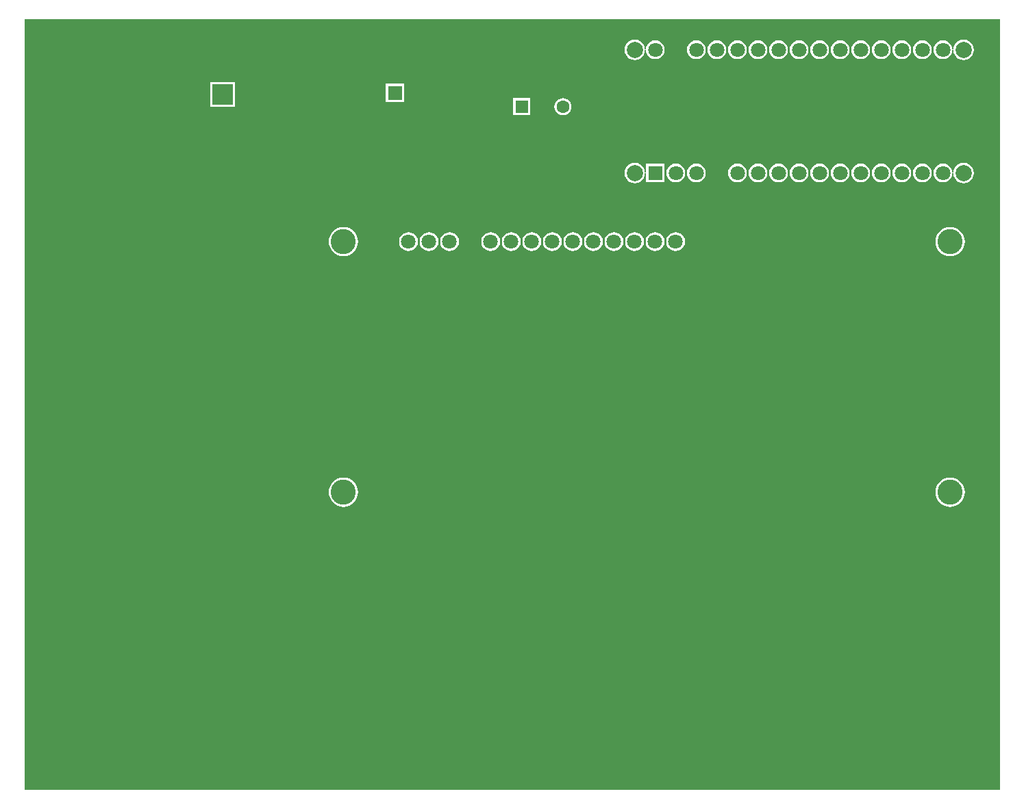
<source format=gbl>
G04*
G04 #@! TF.GenerationSoftware,Altium Limited,Altium Designer,19.1.8 (144)*
G04*
G04 Layer_Physical_Order=2*
G04 Layer_Color=16711680*
%FSLAX24Y24*%
%MOIN*%
G70*
G01*
G75*
%ADD41C,0.0787*%
%ADD42R,0.0709X0.0709*%
%ADD43C,0.0709*%
%ADD44C,0.1220*%
%ADD45C,0.1024*%
%ADD46R,0.1024X0.1024*%
%ADD47R,0.0630X0.0630*%
%ADD48C,0.0630*%
%ADD49C,0.0500*%
G36*
X47480Y0D02*
X35D01*
X-0Y35D01*
X0Y37520D01*
X47480D01*
X47480Y0D01*
D02*
G37*
%LPC*%
G36*
X45701Y36537D02*
X45572Y36520D01*
X45452Y36471D01*
X45349Y36391D01*
X45270Y36288D01*
X45220Y36168D01*
X45206Y36065D01*
X45156D01*
X45143Y36158D01*
X45098Y36268D01*
X45025Y36363D01*
X44930Y36436D01*
X44819Y36482D01*
X44701Y36498D01*
X44582Y36482D01*
X44472Y36436D01*
X44377Y36363D01*
X44304Y36268D01*
X44258Y36158D01*
X44243Y36039D01*
X44258Y35921D01*
X44304Y35810D01*
X44377Y35715D01*
X44472Y35643D01*
X44582Y35597D01*
X44701Y35581D01*
X44819Y35597D01*
X44930Y35643D01*
X45025Y35715D01*
X45098Y35810D01*
X45143Y35921D01*
X45156Y36014D01*
X45206D01*
X45220Y35910D01*
X45270Y35790D01*
X45349Y35687D01*
X45452Y35608D01*
X45572Y35558D01*
X45701Y35541D01*
X45830Y35558D01*
X45950Y35608D01*
X46053Y35687D01*
X46132Y35790D01*
X46182Y35910D01*
X46199Y36039D01*
X46182Y36168D01*
X46132Y36288D01*
X46053Y36391D01*
X45950Y36471D01*
X45830Y36520D01*
X45701Y36537D01*
D02*
G37*
G36*
X43701Y36498D02*
X43582Y36482D01*
X43472Y36436D01*
X43377Y36363D01*
X43304Y36268D01*
X43258Y36158D01*
X43243Y36039D01*
X43258Y35921D01*
X43304Y35810D01*
X43377Y35715D01*
X43472Y35643D01*
X43582Y35597D01*
X43701Y35581D01*
X43819Y35597D01*
X43930Y35643D01*
X44025Y35715D01*
X44098Y35810D01*
X44143Y35921D01*
X44159Y36039D01*
X44143Y36158D01*
X44098Y36268D01*
X44025Y36363D01*
X43930Y36436D01*
X43819Y36482D01*
X43701Y36498D01*
D02*
G37*
G36*
X42701D02*
X42582Y36482D01*
X42472Y36436D01*
X42377Y36363D01*
X42304Y36268D01*
X42258Y36158D01*
X42243Y36039D01*
X42258Y35921D01*
X42304Y35810D01*
X42377Y35715D01*
X42472Y35643D01*
X42582Y35597D01*
X42701Y35581D01*
X42819Y35597D01*
X42930Y35643D01*
X43025Y35715D01*
X43098Y35810D01*
X43143Y35921D01*
X43159Y36039D01*
X43143Y36158D01*
X43098Y36268D01*
X43025Y36363D01*
X42930Y36436D01*
X42819Y36482D01*
X42701Y36498D01*
D02*
G37*
G36*
X41701D02*
X41582Y36482D01*
X41472Y36436D01*
X41377Y36363D01*
X41304Y36268D01*
X41258Y36158D01*
X41243Y36039D01*
X41258Y35921D01*
X41304Y35810D01*
X41377Y35715D01*
X41472Y35643D01*
X41582Y35597D01*
X41701Y35581D01*
X41819Y35597D01*
X41930Y35643D01*
X42025Y35715D01*
X42098Y35810D01*
X42143Y35921D01*
X42159Y36039D01*
X42143Y36158D01*
X42098Y36268D01*
X42025Y36363D01*
X41930Y36436D01*
X41819Y36482D01*
X41701Y36498D01*
D02*
G37*
G36*
X40701D02*
X40582Y36482D01*
X40472Y36436D01*
X40377Y36363D01*
X40304Y36268D01*
X40258Y36158D01*
X40243Y36039D01*
X40258Y35921D01*
X40304Y35810D01*
X40377Y35715D01*
X40472Y35643D01*
X40582Y35597D01*
X40701Y35581D01*
X40819Y35597D01*
X40930Y35643D01*
X41025Y35715D01*
X41098Y35810D01*
X41143Y35921D01*
X41159Y36039D01*
X41143Y36158D01*
X41098Y36268D01*
X41025Y36363D01*
X40930Y36436D01*
X40819Y36482D01*
X40701Y36498D01*
D02*
G37*
G36*
X39701D02*
X39582Y36482D01*
X39472Y36436D01*
X39377Y36363D01*
X39304Y36268D01*
X39258Y36158D01*
X39243Y36039D01*
X39258Y35921D01*
X39304Y35810D01*
X39377Y35715D01*
X39472Y35643D01*
X39582Y35597D01*
X39701Y35581D01*
X39819Y35597D01*
X39930Y35643D01*
X40025Y35715D01*
X40098Y35810D01*
X40143Y35921D01*
X40159Y36039D01*
X40143Y36158D01*
X40098Y36268D01*
X40025Y36363D01*
X39930Y36436D01*
X39819Y36482D01*
X39701Y36498D01*
D02*
G37*
G36*
X38701D02*
X38582Y36482D01*
X38472Y36436D01*
X38377Y36363D01*
X38304Y36268D01*
X38258Y36158D01*
X38243Y36039D01*
X38258Y35921D01*
X38304Y35810D01*
X38377Y35715D01*
X38472Y35643D01*
X38582Y35597D01*
X38701Y35581D01*
X38819Y35597D01*
X38930Y35643D01*
X39025Y35715D01*
X39098Y35810D01*
X39143Y35921D01*
X39159Y36039D01*
X39143Y36158D01*
X39098Y36268D01*
X39025Y36363D01*
X38930Y36436D01*
X38819Y36482D01*
X38701Y36498D01*
D02*
G37*
G36*
X37701D02*
X37582Y36482D01*
X37472Y36436D01*
X37377Y36363D01*
X37304Y36268D01*
X37258Y36158D01*
X37243Y36039D01*
X37258Y35921D01*
X37304Y35810D01*
X37377Y35715D01*
X37472Y35643D01*
X37582Y35597D01*
X37701Y35581D01*
X37819Y35597D01*
X37930Y35643D01*
X38025Y35715D01*
X38098Y35810D01*
X38143Y35921D01*
X38159Y36039D01*
X38143Y36158D01*
X38098Y36268D01*
X38025Y36363D01*
X37930Y36436D01*
X37819Y36482D01*
X37701Y36498D01*
D02*
G37*
G36*
X36701D02*
X36582Y36482D01*
X36472Y36436D01*
X36377Y36363D01*
X36304Y36268D01*
X36258Y36158D01*
X36243Y36039D01*
X36258Y35921D01*
X36304Y35810D01*
X36377Y35715D01*
X36472Y35643D01*
X36582Y35597D01*
X36701Y35581D01*
X36819Y35597D01*
X36930Y35643D01*
X37025Y35715D01*
X37098Y35810D01*
X37143Y35921D01*
X37159Y36039D01*
X37143Y36158D01*
X37098Y36268D01*
X37025Y36363D01*
X36930Y36436D01*
X36819Y36482D01*
X36701Y36498D01*
D02*
G37*
G36*
X35701D02*
X35582Y36482D01*
X35472Y36436D01*
X35377Y36363D01*
X35304Y36268D01*
X35258Y36158D01*
X35243Y36039D01*
X35258Y35921D01*
X35304Y35810D01*
X35377Y35715D01*
X35472Y35643D01*
X35582Y35597D01*
X35701Y35581D01*
X35819Y35597D01*
X35930Y35643D01*
X36025Y35715D01*
X36098Y35810D01*
X36143Y35921D01*
X36159Y36039D01*
X36143Y36158D01*
X36098Y36268D01*
X36025Y36363D01*
X35930Y36436D01*
X35819Y36482D01*
X35701Y36498D01*
D02*
G37*
G36*
X34701D02*
X34582Y36482D01*
X34472Y36436D01*
X34377Y36363D01*
X34304Y36268D01*
X34258Y36158D01*
X34243Y36039D01*
X34258Y35921D01*
X34304Y35810D01*
X34377Y35715D01*
X34472Y35643D01*
X34582Y35597D01*
X34701Y35581D01*
X34819Y35597D01*
X34930Y35643D01*
X35025Y35715D01*
X35098Y35810D01*
X35143Y35921D01*
X35159Y36039D01*
X35143Y36158D01*
X35098Y36268D01*
X35025Y36363D01*
X34930Y36436D01*
X34819Y36482D01*
X34701Y36498D01*
D02*
G37*
G36*
X33701D02*
X33582Y36482D01*
X33472Y36436D01*
X33377Y36363D01*
X33304Y36268D01*
X33258Y36158D01*
X33243Y36039D01*
X33258Y35921D01*
X33304Y35810D01*
X33377Y35715D01*
X33472Y35643D01*
X33582Y35597D01*
X33701Y35581D01*
X33819Y35597D01*
X33930Y35643D01*
X34025Y35715D01*
X34098Y35810D01*
X34143Y35921D01*
X34159Y36039D01*
X34143Y36158D01*
X34098Y36268D01*
X34025Y36363D01*
X33930Y36436D01*
X33819Y36482D01*
X33701Y36498D01*
D02*
G37*
G36*
X32701D02*
X32582Y36482D01*
X32472Y36436D01*
X32377Y36363D01*
X32304Y36268D01*
X32258Y36158D01*
X32243Y36039D01*
X32258Y35921D01*
X32304Y35810D01*
X32377Y35715D01*
X32472Y35643D01*
X32582Y35597D01*
X32701Y35581D01*
X32819Y35597D01*
X32930Y35643D01*
X33025Y35715D01*
X33098Y35810D01*
X33143Y35921D01*
X33159Y36039D01*
X33143Y36158D01*
X33098Y36268D01*
X33025Y36363D01*
X32930Y36436D01*
X32819Y36482D01*
X32701Y36498D01*
D02*
G37*
G36*
X29701Y36537D02*
X29572Y36520D01*
X29452Y36471D01*
X29349Y36391D01*
X29270Y36288D01*
X29220Y36168D01*
X29203Y36039D01*
X29220Y35910D01*
X29270Y35790D01*
X29349Y35687D01*
X29452Y35608D01*
X29572Y35558D01*
X29701Y35541D01*
X29830Y35558D01*
X29950Y35608D01*
X30053Y35687D01*
X30132Y35790D01*
X30182Y35910D01*
X30195Y36014D01*
X30246D01*
X30258Y35921D01*
X30304Y35810D01*
X30377Y35715D01*
X30472Y35643D01*
X30582Y35597D01*
X30701Y35581D01*
X30819Y35597D01*
X30930Y35643D01*
X31025Y35715D01*
X31098Y35810D01*
X31143Y35921D01*
X31159Y36039D01*
X31143Y36158D01*
X31098Y36268D01*
X31025Y36363D01*
X30930Y36436D01*
X30819Y36482D01*
X30701Y36498D01*
X30582Y36482D01*
X30472Y36436D01*
X30377Y36363D01*
X30304Y36268D01*
X30258Y36158D01*
X30246Y36065D01*
X30195D01*
X30182Y36168D01*
X30132Y36288D01*
X30053Y36391D01*
X29950Y36471D01*
X29830Y36520D01*
X29701Y36537D01*
D02*
G37*
G36*
X18486Y34391D02*
X17577D01*
Y33483D01*
X18486D01*
Y34391D01*
D02*
G37*
G36*
X10257Y34470D02*
X9034D01*
Y33246D01*
X10257D01*
Y34470D01*
D02*
G37*
G36*
X24624Y33683D02*
X23794D01*
Y32853D01*
X24624D01*
Y33683D01*
D02*
G37*
G36*
X26209Y33686D02*
X26100Y33672D01*
X25999Y33630D01*
X25913Y33564D01*
X25846Y33477D01*
X25804Y33376D01*
X25790Y33268D01*
X25804Y33159D01*
X25846Y33058D01*
X25913Y32972D01*
X25999Y32905D01*
X26100Y32863D01*
X26209Y32849D01*
X26317Y32863D01*
X26418Y32905D01*
X26505Y32972D01*
X26571Y33058D01*
X26613Y33159D01*
X26627Y33268D01*
X26613Y33376D01*
X26571Y33477D01*
X26505Y33564D01*
X26418Y33630D01*
X26317Y33672D01*
X26209Y33686D01*
D02*
G37*
G36*
X45701Y30537D02*
X45572Y30520D01*
X45452Y30471D01*
X45349Y30391D01*
X45270Y30288D01*
X45220Y30168D01*
X45206Y30065D01*
X45156D01*
X45143Y30158D01*
X45098Y30268D01*
X45025Y30363D01*
X44930Y30436D01*
X44819Y30482D01*
X44701Y30498D01*
X44582Y30482D01*
X44472Y30436D01*
X44377Y30363D01*
X44304Y30268D01*
X44258Y30158D01*
X44243Y30039D01*
X44258Y29921D01*
X44304Y29810D01*
X44377Y29715D01*
X44472Y29643D01*
X44582Y29597D01*
X44701Y29581D01*
X44819Y29597D01*
X44930Y29643D01*
X45025Y29715D01*
X45098Y29810D01*
X45143Y29921D01*
X45156Y30014D01*
X45206D01*
X45220Y29910D01*
X45270Y29790D01*
X45349Y29687D01*
X45452Y29608D01*
X45572Y29558D01*
X45701Y29541D01*
X45830Y29558D01*
X45950Y29608D01*
X46053Y29687D01*
X46132Y29790D01*
X46182Y29910D01*
X46199Y30039D01*
X46182Y30168D01*
X46132Y30288D01*
X46053Y30391D01*
X45950Y30471D01*
X45830Y30520D01*
X45701Y30537D01*
D02*
G37*
G36*
X29701D02*
X29572Y30520D01*
X29452Y30471D01*
X29349Y30391D01*
X29270Y30288D01*
X29220Y30168D01*
X29203Y30039D01*
X29220Y29910D01*
X29270Y29790D01*
X29349Y29687D01*
X29452Y29608D01*
X29572Y29558D01*
X29701Y29541D01*
X29830Y29558D01*
X29950Y29608D01*
X30053Y29687D01*
X30132Y29790D01*
X30182Y29910D01*
X30195Y30009D01*
X30196Y30022D01*
X30246Y30019D01*
Y29585D01*
X31155D01*
Y30494D01*
X30246D01*
Y30060D01*
X30196Y30057D01*
X30195Y30070D01*
X30182Y30168D01*
X30132Y30288D01*
X30053Y30391D01*
X29950Y30471D01*
X29830Y30520D01*
X29701Y30537D01*
D02*
G37*
G36*
X43701Y30498D02*
X43582Y30482D01*
X43472Y30436D01*
X43377Y30363D01*
X43304Y30268D01*
X43258Y30158D01*
X43243Y30039D01*
X43258Y29921D01*
X43304Y29810D01*
X43377Y29715D01*
X43472Y29643D01*
X43582Y29597D01*
X43701Y29581D01*
X43819Y29597D01*
X43930Y29643D01*
X44025Y29715D01*
X44098Y29810D01*
X44143Y29921D01*
X44159Y30039D01*
X44143Y30158D01*
X44098Y30268D01*
X44025Y30363D01*
X43930Y30436D01*
X43819Y30482D01*
X43701Y30498D01*
D02*
G37*
G36*
X42701D02*
X42582Y30482D01*
X42472Y30436D01*
X42377Y30363D01*
X42304Y30268D01*
X42258Y30158D01*
X42243Y30039D01*
X42258Y29921D01*
X42304Y29810D01*
X42377Y29715D01*
X42472Y29643D01*
X42582Y29597D01*
X42701Y29581D01*
X42819Y29597D01*
X42930Y29643D01*
X43025Y29715D01*
X43098Y29810D01*
X43143Y29921D01*
X43159Y30039D01*
X43143Y30158D01*
X43098Y30268D01*
X43025Y30363D01*
X42930Y30436D01*
X42819Y30482D01*
X42701Y30498D01*
D02*
G37*
G36*
X41701D02*
X41582Y30482D01*
X41472Y30436D01*
X41377Y30363D01*
X41304Y30268D01*
X41258Y30158D01*
X41243Y30039D01*
X41258Y29921D01*
X41304Y29810D01*
X41377Y29715D01*
X41472Y29643D01*
X41582Y29597D01*
X41701Y29581D01*
X41819Y29597D01*
X41930Y29643D01*
X42025Y29715D01*
X42098Y29810D01*
X42143Y29921D01*
X42159Y30039D01*
X42143Y30158D01*
X42098Y30268D01*
X42025Y30363D01*
X41930Y30436D01*
X41819Y30482D01*
X41701Y30498D01*
D02*
G37*
G36*
X40701D02*
X40582Y30482D01*
X40472Y30436D01*
X40377Y30363D01*
X40304Y30268D01*
X40258Y30158D01*
X40243Y30039D01*
X40258Y29921D01*
X40304Y29810D01*
X40377Y29715D01*
X40472Y29643D01*
X40582Y29597D01*
X40701Y29581D01*
X40819Y29597D01*
X40930Y29643D01*
X41025Y29715D01*
X41098Y29810D01*
X41143Y29921D01*
X41159Y30039D01*
X41143Y30158D01*
X41098Y30268D01*
X41025Y30363D01*
X40930Y30436D01*
X40819Y30482D01*
X40701Y30498D01*
D02*
G37*
G36*
X39701D02*
X39582Y30482D01*
X39472Y30436D01*
X39377Y30363D01*
X39304Y30268D01*
X39258Y30158D01*
X39243Y30039D01*
X39258Y29921D01*
X39304Y29810D01*
X39377Y29715D01*
X39472Y29643D01*
X39582Y29597D01*
X39701Y29581D01*
X39819Y29597D01*
X39930Y29643D01*
X40025Y29715D01*
X40098Y29810D01*
X40143Y29921D01*
X40159Y30039D01*
X40143Y30158D01*
X40098Y30268D01*
X40025Y30363D01*
X39930Y30436D01*
X39819Y30482D01*
X39701Y30498D01*
D02*
G37*
G36*
X38701D02*
X38582Y30482D01*
X38472Y30436D01*
X38377Y30363D01*
X38304Y30268D01*
X38258Y30158D01*
X38243Y30039D01*
X38258Y29921D01*
X38304Y29810D01*
X38377Y29715D01*
X38472Y29643D01*
X38582Y29597D01*
X38701Y29581D01*
X38819Y29597D01*
X38930Y29643D01*
X39025Y29715D01*
X39098Y29810D01*
X39143Y29921D01*
X39159Y30039D01*
X39143Y30158D01*
X39098Y30268D01*
X39025Y30363D01*
X38930Y30436D01*
X38819Y30482D01*
X38701Y30498D01*
D02*
G37*
G36*
X37701D02*
X37582Y30482D01*
X37472Y30436D01*
X37377Y30363D01*
X37304Y30268D01*
X37258Y30158D01*
X37243Y30039D01*
X37258Y29921D01*
X37304Y29810D01*
X37377Y29715D01*
X37472Y29643D01*
X37582Y29597D01*
X37701Y29581D01*
X37819Y29597D01*
X37930Y29643D01*
X38025Y29715D01*
X38098Y29810D01*
X38143Y29921D01*
X38159Y30039D01*
X38143Y30158D01*
X38098Y30268D01*
X38025Y30363D01*
X37930Y30436D01*
X37819Y30482D01*
X37701Y30498D01*
D02*
G37*
G36*
X36701D02*
X36582Y30482D01*
X36472Y30436D01*
X36377Y30363D01*
X36304Y30268D01*
X36258Y30158D01*
X36243Y30039D01*
X36258Y29921D01*
X36304Y29810D01*
X36377Y29715D01*
X36472Y29643D01*
X36582Y29597D01*
X36701Y29581D01*
X36819Y29597D01*
X36930Y29643D01*
X37025Y29715D01*
X37098Y29810D01*
X37143Y29921D01*
X37159Y30039D01*
X37143Y30158D01*
X37098Y30268D01*
X37025Y30363D01*
X36930Y30436D01*
X36819Y30482D01*
X36701Y30498D01*
D02*
G37*
G36*
X35701D02*
X35582Y30482D01*
X35472Y30436D01*
X35377Y30363D01*
X35304Y30268D01*
X35258Y30158D01*
X35243Y30039D01*
X35258Y29921D01*
X35304Y29810D01*
X35377Y29715D01*
X35472Y29643D01*
X35582Y29597D01*
X35701Y29581D01*
X35819Y29597D01*
X35930Y29643D01*
X36025Y29715D01*
X36098Y29810D01*
X36143Y29921D01*
X36159Y30039D01*
X36143Y30158D01*
X36098Y30268D01*
X36025Y30363D01*
X35930Y30436D01*
X35819Y30482D01*
X35701Y30498D01*
D02*
G37*
G36*
X34701D02*
X34582Y30482D01*
X34472Y30436D01*
X34377Y30363D01*
X34304Y30268D01*
X34258Y30158D01*
X34243Y30039D01*
X34258Y29921D01*
X34304Y29810D01*
X34377Y29715D01*
X34472Y29643D01*
X34582Y29597D01*
X34701Y29581D01*
X34819Y29597D01*
X34930Y29643D01*
X35025Y29715D01*
X35098Y29810D01*
X35143Y29921D01*
X35159Y30039D01*
X35143Y30158D01*
X35098Y30268D01*
X35025Y30363D01*
X34930Y30436D01*
X34819Y30482D01*
X34701Y30498D01*
D02*
G37*
G36*
X32701D02*
X32582Y30482D01*
X32472Y30436D01*
X32377Y30363D01*
X32304Y30268D01*
X32258Y30158D01*
X32243Y30039D01*
X32258Y29921D01*
X32304Y29810D01*
X32377Y29715D01*
X32472Y29643D01*
X32582Y29597D01*
X32701Y29581D01*
X32819Y29597D01*
X32930Y29643D01*
X33025Y29715D01*
X33098Y29810D01*
X33143Y29921D01*
X33159Y30039D01*
X33143Y30158D01*
X33098Y30268D01*
X33025Y30363D01*
X32930Y30436D01*
X32819Y30482D01*
X32701Y30498D01*
D02*
G37*
G36*
X31701D02*
X31582Y30482D01*
X31472Y30436D01*
X31377Y30363D01*
X31304Y30268D01*
X31258Y30158D01*
X31243Y30039D01*
X31258Y29921D01*
X31304Y29810D01*
X31377Y29715D01*
X31472Y29643D01*
X31582Y29597D01*
X31701Y29581D01*
X31819Y29597D01*
X31930Y29643D01*
X32025Y29715D01*
X32098Y29810D01*
X32143Y29921D01*
X32159Y30039D01*
X32143Y30158D01*
X32098Y30268D01*
X32025Y30363D01*
X31930Y30436D01*
X31819Y30482D01*
X31701Y30498D01*
D02*
G37*
G36*
X31693Y27151D02*
X31574Y27136D01*
X31464Y27090D01*
X31369Y27017D01*
X31296Y26922D01*
X31250Y26812D01*
X31235Y26693D01*
X31250Y26574D01*
X31296Y26464D01*
X31369Y26369D01*
X31464Y26296D01*
X31574Y26250D01*
X31693Y26235D01*
X31812Y26250D01*
X31922Y26296D01*
X32017Y26369D01*
X32090Y26464D01*
X32136Y26574D01*
X32151Y26693D01*
X32136Y26812D01*
X32090Y26922D01*
X32017Y27017D01*
X31922Y27090D01*
X31812Y27136D01*
X31693Y27151D01*
D02*
G37*
G36*
X30693D02*
X30574Y27136D01*
X30464Y27090D01*
X30369Y27017D01*
X30296Y26922D01*
X30250Y26812D01*
X30235Y26693D01*
X30250Y26574D01*
X30296Y26464D01*
X30369Y26369D01*
X30464Y26296D01*
X30574Y26250D01*
X30693Y26235D01*
X30812Y26250D01*
X30922Y26296D01*
X31017Y26369D01*
X31090Y26464D01*
X31136Y26574D01*
X31151Y26693D01*
X31136Y26812D01*
X31090Y26922D01*
X31017Y27017D01*
X30922Y27090D01*
X30812Y27136D01*
X30693Y27151D01*
D02*
G37*
G36*
X29693D02*
X29574Y27136D01*
X29464Y27090D01*
X29369Y27017D01*
X29296Y26922D01*
X29250Y26812D01*
X29235Y26693D01*
X29250Y26574D01*
X29296Y26464D01*
X29369Y26369D01*
X29464Y26296D01*
X29574Y26250D01*
X29693Y26235D01*
X29812Y26250D01*
X29922Y26296D01*
X30017Y26369D01*
X30090Y26464D01*
X30136Y26574D01*
X30151Y26693D01*
X30136Y26812D01*
X30090Y26922D01*
X30017Y27017D01*
X29922Y27090D01*
X29812Y27136D01*
X29693Y27151D01*
D02*
G37*
G36*
X28693D02*
X28574Y27136D01*
X28464Y27090D01*
X28369Y27017D01*
X28296Y26922D01*
X28250Y26812D01*
X28235Y26693D01*
X28250Y26574D01*
X28296Y26464D01*
X28369Y26369D01*
X28464Y26296D01*
X28574Y26250D01*
X28693Y26235D01*
X28812Y26250D01*
X28922Y26296D01*
X29017Y26369D01*
X29090Y26464D01*
X29136Y26574D01*
X29151Y26693D01*
X29136Y26812D01*
X29090Y26922D01*
X29017Y27017D01*
X28922Y27090D01*
X28812Y27136D01*
X28693Y27151D01*
D02*
G37*
G36*
X27693D02*
X27574Y27136D01*
X27464Y27090D01*
X27369Y27017D01*
X27296Y26922D01*
X27250Y26812D01*
X27235Y26693D01*
X27250Y26574D01*
X27296Y26464D01*
X27369Y26369D01*
X27464Y26296D01*
X27574Y26250D01*
X27693Y26235D01*
X27812Y26250D01*
X27922Y26296D01*
X28017Y26369D01*
X28090Y26464D01*
X28136Y26574D01*
X28151Y26693D01*
X28136Y26812D01*
X28090Y26922D01*
X28017Y27017D01*
X27922Y27090D01*
X27812Y27136D01*
X27693Y27151D01*
D02*
G37*
G36*
X26693D02*
X26574Y27136D01*
X26464Y27090D01*
X26369Y27017D01*
X26296Y26922D01*
X26250Y26812D01*
X26235Y26693D01*
X26250Y26574D01*
X26296Y26464D01*
X26369Y26369D01*
X26464Y26296D01*
X26574Y26250D01*
X26693Y26235D01*
X26812Y26250D01*
X26922Y26296D01*
X27017Y26369D01*
X27090Y26464D01*
X27136Y26574D01*
X27151Y26693D01*
X27136Y26812D01*
X27090Y26922D01*
X27017Y27017D01*
X26922Y27090D01*
X26812Y27136D01*
X26693Y27151D01*
D02*
G37*
G36*
X25693D02*
X25574Y27136D01*
X25464Y27090D01*
X25369Y27017D01*
X25296Y26922D01*
X25250Y26812D01*
X25235Y26693D01*
X25250Y26574D01*
X25296Y26464D01*
X25369Y26369D01*
X25464Y26296D01*
X25574Y26250D01*
X25693Y26235D01*
X25812Y26250D01*
X25922Y26296D01*
X26017Y26369D01*
X26090Y26464D01*
X26136Y26574D01*
X26151Y26693D01*
X26136Y26812D01*
X26090Y26922D01*
X26017Y27017D01*
X25922Y27090D01*
X25812Y27136D01*
X25693Y27151D01*
D02*
G37*
G36*
X24693D02*
X24574Y27136D01*
X24464Y27090D01*
X24369Y27017D01*
X24296Y26922D01*
X24250Y26812D01*
X24235Y26693D01*
X24250Y26574D01*
X24296Y26464D01*
X24369Y26369D01*
X24464Y26296D01*
X24574Y26250D01*
X24693Y26235D01*
X24812Y26250D01*
X24922Y26296D01*
X25017Y26369D01*
X25090Y26464D01*
X25136Y26574D01*
X25151Y26693D01*
X25136Y26812D01*
X25090Y26922D01*
X25017Y27017D01*
X24922Y27090D01*
X24812Y27136D01*
X24693Y27151D01*
D02*
G37*
G36*
X23693D02*
X23574Y27136D01*
X23464Y27090D01*
X23369Y27017D01*
X23296Y26922D01*
X23250Y26812D01*
X23235Y26693D01*
X23250Y26574D01*
X23296Y26464D01*
X23369Y26369D01*
X23464Y26296D01*
X23574Y26250D01*
X23693Y26235D01*
X23812Y26250D01*
X23922Y26296D01*
X24017Y26369D01*
X24090Y26464D01*
X24136Y26574D01*
X24151Y26693D01*
X24136Y26812D01*
X24090Y26922D01*
X24017Y27017D01*
X23922Y27090D01*
X23812Y27136D01*
X23693Y27151D01*
D02*
G37*
G36*
X22693D02*
X22574Y27136D01*
X22464Y27090D01*
X22369Y27017D01*
X22296Y26922D01*
X22250Y26812D01*
X22235Y26693D01*
X22250Y26574D01*
X22296Y26464D01*
X22369Y26369D01*
X22464Y26296D01*
X22574Y26250D01*
X22693Y26235D01*
X22812Y26250D01*
X22922Y26296D01*
X23017Y26369D01*
X23090Y26464D01*
X23136Y26574D01*
X23151Y26693D01*
X23136Y26812D01*
X23090Y26922D01*
X23017Y27017D01*
X22922Y27090D01*
X22812Y27136D01*
X22693Y27151D01*
D02*
G37*
G36*
X20693D02*
X20574Y27136D01*
X20464Y27090D01*
X20369Y27017D01*
X20296Y26922D01*
X20250Y26812D01*
X20235Y26693D01*
X20250Y26574D01*
X20296Y26464D01*
X20369Y26369D01*
X20464Y26296D01*
X20574Y26250D01*
X20693Y26235D01*
X20812Y26250D01*
X20922Y26296D01*
X21017Y26369D01*
X21090Y26464D01*
X21136Y26574D01*
X21151Y26693D01*
X21136Y26812D01*
X21090Y26922D01*
X21017Y27017D01*
X20922Y27090D01*
X20812Y27136D01*
X20693Y27151D01*
D02*
G37*
G36*
X19693D02*
X19574Y27136D01*
X19464Y27090D01*
X19369Y27017D01*
X19296Y26922D01*
X19250Y26812D01*
X19235Y26693D01*
X19250Y26574D01*
X19296Y26464D01*
X19369Y26369D01*
X19464Y26296D01*
X19574Y26250D01*
X19693Y26235D01*
X19812Y26250D01*
X19922Y26296D01*
X20017Y26369D01*
X20090Y26464D01*
X20136Y26574D01*
X20151Y26693D01*
X20136Y26812D01*
X20090Y26922D01*
X20017Y27017D01*
X19922Y27090D01*
X19812Y27136D01*
X19693Y27151D01*
D02*
G37*
G36*
X18693D02*
X18574Y27136D01*
X18464Y27090D01*
X18369Y27017D01*
X18296Y26922D01*
X18250Y26812D01*
X18235Y26693D01*
X18250Y26574D01*
X18296Y26464D01*
X18369Y26369D01*
X18464Y26296D01*
X18574Y26250D01*
X18693Y26235D01*
X18812Y26250D01*
X18922Y26296D01*
X19017Y26369D01*
X19090Y26464D01*
X19136Y26574D01*
X19151Y26693D01*
X19136Y26812D01*
X19090Y26922D01*
X19017Y27017D01*
X18922Y27090D01*
X18812Y27136D01*
X18693Y27151D01*
D02*
G37*
G36*
X45055Y27407D02*
X44916Y27393D01*
X44782Y27352D01*
X44659Y27286D01*
X44550Y27198D01*
X44462Y27089D01*
X44396Y26966D01*
X44355Y26832D01*
X44341Y26693D01*
X44355Y26554D01*
X44396Y26420D01*
X44462Y26296D01*
X44550Y26188D01*
X44659Y26100D01*
X44782Y26034D01*
X44916Y25993D01*
X45055Y25979D01*
X45194Y25993D01*
X45328Y26034D01*
X45452Y26100D01*
X45560Y26188D01*
X45649Y26296D01*
X45714Y26420D01*
X45755Y26554D01*
X45769Y26693D01*
X45755Y26832D01*
X45714Y26966D01*
X45649Y27089D01*
X45560Y27198D01*
X45452Y27286D01*
X45328Y27352D01*
X45194Y27393D01*
X45055Y27407D01*
D02*
G37*
G36*
X15528D02*
X15388Y27393D01*
X15254Y27352D01*
X15131Y27286D01*
X15023Y27198D01*
X14934Y27089D01*
X14868Y26966D01*
X14828Y26832D01*
X14814Y26693D01*
X14828Y26554D01*
X14868Y26420D01*
X14934Y26296D01*
X15023Y26188D01*
X15131Y26100D01*
X15254Y26034D01*
X15388Y25993D01*
X15528Y25979D01*
X15667Y25993D01*
X15801Y26034D01*
X15924Y26100D01*
X16032Y26188D01*
X16121Y26296D01*
X16187Y26420D01*
X16228Y26554D01*
X16241Y26693D01*
X16228Y26832D01*
X16187Y26966D01*
X16121Y27089D01*
X16032Y27198D01*
X15924Y27286D01*
X15801Y27352D01*
X15667Y27393D01*
X15528Y27407D01*
D02*
G37*
G36*
X45055Y15202D02*
X44916Y15188D01*
X44782Y15148D01*
X44659Y15082D01*
X44550Y14993D01*
X44462Y14885D01*
X44396Y14761D01*
X44355Y14627D01*
X44341Y14488D01*
X44355Y14349D01*
X44396Y14215D01*
X44462Y14092D01*
X44550Y13984D01*
X44659Y13895D01*
X44782Y13829D01*
X44916Y13788D01*
X45055Y13775D01*
X45194Y13788D01*
X45328Y13829D01*
X45452Y13895D01*
X45560Y13984D01*
X45649Y14092D01*
X45714Y14215D01*
X45755Y14349D01*
X45769Y14488D01*
X45755Y14627D01*
X45714Y14761D01*
X45649Y14885D01*
X45560Y14993D01*
X45452Y15082D01*
X45328Y15148D01*
X45194Y15188D01*
X45055Y15202D01*
D02*
G37*
G36*
X15528D02*
X15388Y15188D01*
X15254Y15148D01*
X15131Y15082D01*
X15023Y14993D01*
X14934Y14885D01*
X14868Y14761D01*
X14828Y14627D01*
X14814Y14488D01*
X14828Y14349D01*
X14868Y14215D01*
X14934Y14092D01*
X15023Y13984D01*
X15131Y13895D01*
X15254Y13829D01*
X15388Y13788D01*
X15528Y13775D01*
X15667Y13788D01*
X15801Y13829D01*
X15924Y13895D01*
X16032Y13984D01*
X16121Y14092D01*
X16187Y14215D01*
X16228Y14349D01*
X16241Y14488D01*
X16228Y14627D01*
X16187Y14761D01*
X16121Y14885D01*
X16032Y14993D01*
X15924Y15082D01*
X15801Y15148D01*
X15667Y15188D01*
X15528Y15202D01*
D02*
G37*
%LPD*%
D41*
X29701Y30039D02*
D03*
X45701D02*
D03*
Y36039D02*
D03*
X29701D02*
D03*
D42*
X30701Y30039D02*
D03*
X17693Y26693D02*
D03*
X18032Y33937D02*
D03*
D43*
X31701Y30039D02*
D03*
X32701D02*
D03*
X33701D02*
D03*
X34701D02*
D03*
X35701D02*
D03*
X36701D02*
D03*
X37701D02*
D03*
X38701D02*
D03*
X39701D02*
D03*
X40701D02*
D03*
X41701D02*
D03*
X42701D02*
D03*
X43701D02*
D03*
X44701D02*
D03*
Y36039D02*
D03*
X43701D02*
D03*
X42701D02*
D03*
X41701D02*
D03*
X40701D02*
D03*
X39701D02*
D03*
X38701D02*
D03*
X37701D02*
D03*
X36701D02*
D03*
X35701D02*
D03*
X34701D02*
D03*
X33701D02*
D03*
X32701D02*
D03*
X31701D02*
D03*
X30701D02*
D03*
X32693Y26693D02*
D03*
X31693D02*
D03*
X30693D02*
D03*
X29693D02*
D03*
X28693D02*
D03*
X27693D02*
D03*
X26693D02*
D03*
X25693D02*
D03*
X24693D02*
D03*
X23693D02*
D03*
X22693D02*
D03*
X21693D02*
D03*
X20693D02*
D03*
X19693D02*
D03*
X18693D02*
D03*
X18032Y31969D02*
D03*
D44*
X45055Y14488D02*
D03*
Y26693D02*
D03*
X15528Y14488D02*
D03*
Y26693D02*
D03*
D45*
X4646Y33858D02*
D03*
D46*
X9646D02*
D03*
D47*
X24209Y33268D02*
D03*
D48*
X25209D02*
D03*
X26209D02*
D03*
D49*
X7913Y36220D02*
D03*
X35866Y10157D02*
D03*
X22362Y31417D02*
D03*
X32480Y3976D02*
D03*
X23937D02*
D03*
X827Y9685D02*
D03*
X5000D02*
D03*
X9134D02*
D03*
X4331Y6772D02*
D03*
X8465D02*
D03*
X12638D02*
D03*
X13150Y4409D02*
D03*
X9134D02*
D03*
X5000D02*
D03*
X787D02*
D03*
X4331Y1496D02*
D03*
X8543D02*
D03*
X12638D02*
D03*
X16654D02*
D03*
X44882Y10197D02*
D03*
Y2756D02*
D03*
X19646Y3976D02*
D03*
X28228D02*
D03*
X15965Y6102D02*
D03*
X13150Y9685D02*
D03*
X44882Y11142D02*
D03*
Y1732D02*
D03*
M02*

</source>
